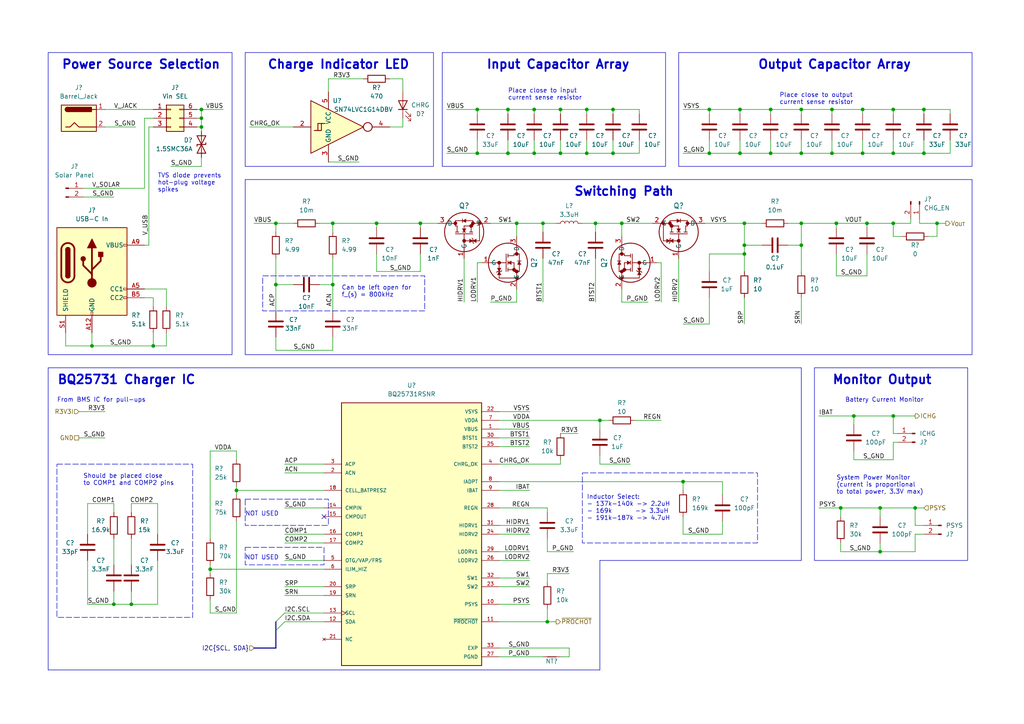
<source format=kicad_sch>
(kicad_sch (version 20231120) (generator "eeschema") (generator_version "8.0")
  (paper "A4")
  (lib_symbols
    (symbol "74xGxx:SN74LVC1G14DBV"
      (property "Reference" "U" (at -5.08 10.16 0))
      (property "Value" "SN74LVC1G14DBV" (at 20.32 10.16 0))
      (symbol "SN74LVC1G14DBV_1_1"
        (pin no_connect line (at 10.16 0 180) (length 5.08) hide (name "NC") (number "1"))
        (pin input line (at -10.16 0 0) (length 5.08) (name "~") (number "2"))
        (pin power_in line (at 0 -10.16 90) (length 5.08) (name "GND") (number "3"))
        (pin output line (at 17.78 0 180) (length 5.08) (name "~") (number "4"))
        (pin power_in line (at 0 10.16 270) (length 5.08) (name "VCC") (number "5"))
      )
    )
    (symbol "Connector:Barrel_Jack" (pin_names (offset 1.016))
      (property "Reference" "J" (at 0 5.334 0))
      (property "Value" "Barrel_Jack" (at 0 -5.08 0))
      (symbol "Barrel_Jack_1_1"
        (pin passive line (at 7.62 2.54 180) (length 2.54) (name "~") (number "1"))
        (pin passive line (at 7.62 -2.54 180) (length 2.54) (name "~") (number "2"))
      )
    )
    (symbol "Connector:Conn_01x02_Pin" (pin_names (offset 1.016) hide)
      (property "Reference" "J" (at 0 2.54 0))
      (property "Value" "Conn_01x02_Pin" (at 0 -5.08 0))
      (symbol "Conn_01x02_Pin_1_1"
        (pin passive line (at 5.08 0 180) (length 3.81) (name "Pin_1") (number "1"))
        (pin passive line (at 5.08 -2.54 180) (length 3.81) (name "Pin_2") (number "2"))
      )
    )
    (symbol "Connector:USB_C_Receptacle_PowerOnly_6P" (pin_names (offset 1.016))
      (property "Reference" "J" (at 0 16.51 0))
      (property "Value" "USB_C_Receptacle_PowerOnly_6P" (at 0 13.97 0))
      (symbol "USB_C_Receptacle_PowerOnly_6P_1_1"
        (pin passive line (at 0 -17.78 90) (length 5.08) (name "GND") (number "A12"))
        (pin bidirectional line (at 15.24 -5.08 180) (length 5.08) (name "CC1") (number "A5"))
        (pin passive line (at 15.24 7.62 180) (length 5.08) (name "VBUS") (number "A9"))
        (pin passive line (at 0 -17.78 90) (length 5.08) hide (name "GND") (number "B12"))
        (pin bidirectional line (at 15.24 -7.62 180) (length 5.08) (name "CC2") (number "B5"))
        (pin passive line (at 15.24 7.62 180) (length 5.08) hide (name "VBUS") (number "B9"))
        (pin passive line (at -7.62 -17.78 90) (length 5.08) (name "SHIELD") (number "S1"))
      )
    )
    (symbol "Connector_Generic:Conn_02x03_Counter_Clockwise" (pin_names (offset 1.016) hide)
      (property "Reference" "J" (at 1.27 5.08 0))
      (property "Value" "Conn_02x03_Counter_Clockwise" (at 1.27 -5.08 0))
      (symbol "Conn_02x03_Counter_Clockwise_1_1"
        (pin passive line (at -5.08 2.54 0) (length 3.81) (name "Pin_1") (number "1"))
        (pin passive line (at -5.08 0 0) (length 3.81) (name "Pin_2") (number "2"))
        (pin passive line (at -5.08 -2.54 0) (length 3.81) (name "Pin_3") (number "3"))
        (pin passive line (at 7.62 -2.54 180) (length 3.81) (name "Pin_4") (number "4"))
        (pin passive line (at 7.62 0 180) (length 3.81) (name "Pin_5") (number "5"))
        (pin passive line (at 7.62 2.54 180) (length 3.81) (name "Pin_6") (number "6"))
      )
    )
    (symbol "Device:C" (pin_numbers hide) (pin_names (offset 0.254))
      (property "Reference" "C" (at 0.635 2.54 0))
      (property "Value" "C" (at 0.635 -2.54 0))
      (symbol "C_1_1"
        (pin passive line (at 0 3.81 270) (length 2.794) (name "~") (number "1"))
        (pin passive line (at 0 -3.81 90) (length 2.794) (name "~") (number "2"))
      )
    )
    (symbol "Device:D_TVS" (pin_numbers hide) (pin_names (offset 1.016) hide)
      (property "Reference" "D" (at 0 2.54 0))
      (property "Value" "D_TVS" (at 0 -2.54 0))
      (symbol "D_TVS_1_1"
        (pin passive line (at -3.81 0 0) (length 2.54) (name "A1") (number "1"))
        (pin passive line (at 3.81 0 180) (length 2.54) (name "A2") (number "2"))
      )
    )
    (symbol "Device:L" (pin_numbers hide) (pin_names (offset 1.016) hide)
      (property "Reference" "L" (at -1.27 0 90))
      (property "Value" "L" (at 1.905 0 90))
      (symbol "L_1_1"
        (pin passive line (at 0 3.81 270) (length 1.27) (name "1") (number "1"))
        (pin passive line (at 0 -3.81 90) (length 1.27) (name "2") (number "2"))
      )
    )
    (symbol "Device:LED" (pin_numbers hide) (pin_names (offset 1.016) hide)
      (property "Reference" "D" (at 0 2.54 0))
      (property "Value" "LED" (at 0 -2.54 0))
      (symbol "LED_1_1"
        (pin passive line (at -3.81 0 0) (length 2.54) (name "K") (number "1"))
        (pin passive line (at 3.81 0 180) (length 2.54) (name "A") (number "2"))
      )
    )
    (symbol "Device:NetTie_2" (pin_numbers hide) (pin_names (offset 0) hide) (in_bom no)
      (property "Reference" "NT" (at 0 1.27 0))
      (property "Value" "NetTie_2" (at 0 -1.27 0))
      (symbol "NetTie_2_1_1"
        (pin passive line (at -2.54 0 0) (length 2.54) (name "1") (number "1"))
        (pin passive line (at 2.54 0 180) (length 2.54) (name "2") (number "2"))
      )
    )
    (symbol "Device:R" (pin_numbers hide) (pin_names (offset 0))
      (property "Reference" "R" (at 2.032 0 90))
      (property "Value" "R" (at 0 0 90))
      (symbol "R_1_1"
        (pin passive line (at 0 3.81 270) (length 1.27) (name "~") (number "1"))
        (pin passive line (at 0 -3.81 90) (length 1.27) (name "~") (number "2"))
      )
    )
    (symbol "MatsKiLibrary:BQ25731RSNR" (pin_names (offset 1.016))
      (property "Reference" "U" (at -20.32 38.608 0))
      (property "Value" "BQ25731RSNR" (at -20.32 -40.64 0))
      (symbol "BQ25731RSNR_0_0"
        (pin power_in line (at 25.4 30.48 180) (length 5.08) (name "VBUS") (number "1"))
        (pin output line (at 25.4 -20.32 180) (length 5.08) (name "PSYS") (number "10"))
        (pin output line (at 25.4 -25.4 180) (length 5.08) (name "~{PROCHOT}") (number "11"))
        (pin bidirectional line (at -25.4 -25.4 0) (length 5.08) (name "SDA") (number "12"))
        (pin input clock (at -25.4 -22.86 0) (length 5.08) (name "SCL") (number "13"))
        (pin input line (at -25.4 7.62 0) (length 5.08) (name "CMPIN") (number "14"))
        (pin output line (at -25.4 5.08 0) (length 5.08) (name "CMPOUT") (number "15"))
        (pin input line (at -25.4 0 0) (length 5.08) (name "COMP1") (number "16"))
        (pin input line (at -25.4 -2.54 0) (length 5.08) (name "COMP2") (number "17"))
        (pin input line (at -25.4 12.7 0) (length 5.08) (name "CELL_BATPRESZ") (number "18"))
        (pin input line (at -25.4 -17.78 0) (length 5.08) (name "SRN") (number "19"))
        (pin input line (at -25.4 17.78 0) (length 5.08) (name "ACN") (number "2"))
        (pin input line (at -25.4 -15.24 0) (length 5.08) (name "SRP") (number "20"))
        (pin no_connect line (at -25.4 -30.48 0) (length 5.08) (name "NC") (number "21"))
        (pin power_in line (at 25.4 35.56 180) (length 5.08) (name "VSYS") (number "22"))
        (pin output line (at 25.4 -15.24 180) (length 5.08) (name "SW2") (number "23"))
        (pin output line (at 25.4 0 180) (length 5.08) (name "HIDRV2") (number "24"))
        (pin power_in line (at 25.4 25.4 180) (length 5.08) (name "BTST2") (number "25"))
        (pin output line (at 25.4 -7.62 180) (length 5.08) (name "LODRV2") (number "26"))
        (pin power_in line (at 25.4 -35.56 180) (length 5.08) (name "PGND") (number "27"))
        (pin output line (at 25.4 7.62 180) (length 5.08) (name "REGN") (number "28"))
        (pin output line (at 25.4 -5.08 180) (length 5.08) (name "LODRV1") (number "29"))
        (pin input line (at -25.4 20.32 0) (length 5.08) (name "ACP") (number "3"))
        (pin power_in line (at 25.4 27.94 180) (length 5.08) (name "BTST1") (number "30"))
        (pin output line (at 25.4 2.54 180) (length 5.08) (name "HIDRV1") (number "31"))
        (pin output line (at 25.4 -12.7 180) (length 5.08) (name "SW1") (number "32"))
        (pin power_in line (at 25.4 -33.02 180) (length 5.08) (name "EXP") (number "33"))
        (pin output line (at 25.4 20.32 180) (length 5.08) (name "CHRG_OK") (number "4"))
        (pin input line (at -25.4 -7.62 0) (length 5.08) (name "OTG/VAP/FRS") (number "5"))
        (pin input line (at -25.4 -10.16 0) (length 5.08) (name "ILIM_HIZ") (number "6"))
        (pin power_in line (at 25.4 33.02 180) (length 5.08) (name "VDDA") (number "7"))
        (pin output line (at 25.4 15.24 180) (length 5.08) (name "IADPT") (number "8"))
        (pin output line (at 25.4 12.7 180) (length 5.08) (name "IBAT") (number "9"))
      )
    )
    (symbol "MatsKiLibrary:SSM3K341TU_LF" (pin_names (offset 0.254))
      (property "Reference" "Q" (at 3.81 1.27 0))
      (symbol "SSM3K341TU_LF_0_1"
        (pin unspecified line (at -11.43 0 0) (length 2.54) (name "G") (number "1"))
        (pin unspecified line (at -1.27 -7.62 90) (length 2.54) (name "S") (number "2"))
        (pin unspecified line (at -1.27 7.62 270) (length 2.54) (name "D") (number "3"))
      )
    )
  )
  (junction (at 177.8 44.45))
  (junction (at 33.02 175.26))
  (junction (at 223.52 44.45))
  (junction (at 259.08 120.65))
  (junction (at 214.63 31.75))
  (junction (at 267.97 44.45))
  (junction (at 251.46 64.77))
  (junction (at 180.34 64.77))
  (junction (at 121.92 64.77))
  (junction (at 243.84 147.32))
  (junction (at 58.42 36.83))
  (junction (at 223.52 31.75))
  (junction (at 267.97 31.75))
  (junction (at 205.74 44.45))
  (junction (at 170.18 31.75))
  (junction (at 214.63 44.45))
  (junction (at 173.99 121.92))
  (junction (at 68.58 142.24))
  (junction (at 158.75 180.34))
  (junction (at 38.1 175.26))
  (junction (at 215.9 73.66))
  (junction (at 157.48 64.77))
  (junction (at 138.43 44.45))
  (junction (at 232.41 71.12))
  (junction (at 96.52 64.77))
  (junction (at 60.96 165.1))
  (junction (at 250.19 44.45))
  (junction (at 162.56 31.75))
  (junction (at 241.3 44.45))
  (junction (at 170.18 44.45))
  (junction (at 162.56 44.45))
  (junction (at 96.52 82.55))
  (junction (at 58.42 34.29))
  (junction (at 205.74 31.75))
  (junction (at 58.42 31.75))
  (junction (at 198.12 139.7))
  (junction (at 247.65 120.65))
  (junction (at 255.27 160.02))
  (junction (at 177.8 31.75))
  (junction (at 138.43 31.75))
  (junction (at 259.08 64.77))
  (junction (at 259.08 44.45))
  (junction (at 109.22 64.77))
  (junction (at 149.86 64.77))
  (junction (at 241.3 31.75))
  (junction (at 172.72 64.77))
  (junction (at 259.08 31.75))
  (junction (at 80.01 82.55))
  (junction (at 232.41 64.77))
  (junction (at 154.94 31.75))
  (junction (at 80.01 64.77))
  (junction (at 265.43 147.32))
  (junction (at 232.41 31.75))
  (junction (at 250.19 31.75))
  (junction (at 44.45 100.33))
  (junction (at 147.32 44.45))
  (junction (at 215.9 71.12))
  (junction (at 154.94 44.45))
  (junction (at 147.32 31.75))
  (junction (at 26.67 100.33))
  (junction (at 255.27 147.32))
  (junction (at 271.78 64.77))
  (junction (at 242.57 64.77))
  (junction (at 232.41 44.45))
  (junction (at 215.9 64.77))
  (no_connect (at 93.98 149.86))
  (bus_entry (at 82.55 180.34) (size -2.54 2.54))
  (bus_entry (at 82.55 177.8) (size -2.54 2.54))
  (wire (pts (xy 82.55 172.72) (xy 93.98 172.72)))
  (wire (pts (xy 144.78 175.26) (xy 153.67 175.26)))
  (wire (pts (xy 209.55 143.51) (xy 209.55 139.7)))
  (wire (pts (xy 190.5 76.2) (xy 191.77 76.2)))
  (wire (pts (xy 138.43 76.2) (xy 138.43 87.63)))
  (wire (pts (xy 182.88 134.62) (xy 173.99 134.62)))
  (wire (pts (xy 38.1 146.05) (xy 45.72 146.05)))
  (wire (pts (xy 154.94 31.75) (xy 154.94 33.02)))
  (wire (pts (xy 96.52 64.77) (xy 109.22 64.77)))
  (wire (pts (xy 259.08 128.27) (xy 259.08 133.35)))
  (wire (pts (xy 173.99 121.92) (xy 176.53 121.92)))
  (wire (pts (xy 82.55 157.48) (xy 93.98 157.48)))
  (wire (pts (xy 205.74 73.66) (xy 215.9 73.66)))
  (wire (pts (xy 60.96 130.81) (xy 68.58 130.81)))
  (wire (pts (xy 144.78 119.38) (xy 153.67 119.38)))
  (wire (pts (xy 198.12 154.94) (xy 209.55 154.94)))
  (wire (pts (xy 237.49 120.65) (xy 247.65 120.65)))
  (wire (pts (xy 44.45 100.33) (xy 48.26 100.33)))
  (wire (pts (xy 144.78 127) (xy 153.67 127)))
  (wire (pts (xy 129.54 31.75) (xy 138.43 31.75)))
  (wire (pts (xy 232.41 64.77) (xy 242.57 64.77)))
  (wire (pts (xy 38.1 146.05) (xy 38.1 148.59)))
  (wire (pts (xy 172.72 74.93) (xy 172.72 87.63)))
  (wire (pts (xy 60.96 165.1) (xy 93.98 165.1)))
  (wire (pts (xy 157.48 64.77) (xy 161.29 64.77)))
  (wire (pts (xy 215.9 86.36) (xy 215.9 93.98)))
  (wire (pts (xy 80.01 97.79) (xy 80.01 101.6)))
  (wire (pts (xy 243.84 147.32) (xy 237.49 147.32)))
  (wire (pts (xy 25.4 175.26) (xy 25.4 162.56)))
  (wire (pts (xy 232.41 71.12) (xy 232.41 64.77)))
  (wire (pts (xy 109.22 64.77) (xy 121.92 64.77)))
  (polyline (pts (xy 13.97 194.31) (xy 13.97 106.68)))
  (wire (pts (xy 82.55 177.8) (xy 93.98 177.8)))
  (wire (pts (xy 232.41 40.64) (xy 232.41 44.45)))
  (wire (pts (xy 144.78 162.56) (xy 153.67 162.56)))
  (wire (pts (xy 266.7 63.5) (xy 266.7 64.77)))
  (wire (pts (xy 177.8 31.75) (xy 185.42 31.75)))
  (wire (pts (xy 19.05 100.33) (xy 26.67 100.33)))
  (wire (pts (xy 205.74 93.98) (xy 205.74 86.36)))
  (wire (pts (xy 96.52 64.77) (xy 92.71 64.77)))
  (wire (pts (xy 109.22 64.77) (xy 109.22 66.04)))
  (wire (pts (xy 48.26 96.52) (xy 48.26 100.33)))
  (wire (pts (xy 80.01 64.77) (xy 85.09 64.77)))
  (wire (pts (xy 205.74 78.74) (xy 205.74 73.66)))
  (wire (pts (xy 144.78 142.24) (xy 153.67 142.24)))
  (wire (pts (xy 265.43 154.94) (xy 267.97 154.94)))
  (wire (pts (xy 260.35 125.73) (xy 259.08 125.73)))
  (wire (pts (xy 259.08 125.73) (xy 259.08 120.65)))
  (wire (pts (xy 60.96 165.1) (xy 60.96 163.83)))
  (wire (pts (xy 24.13 57.15) (xy 33.02 57.15)))
  (polyline (pts (xy 232.41 162.56) (xy 173.99 162.56)))
  (wire (pts (xy 214.63 44.45) (xy 223.52 44.45)))
  (wire (pts (xy 275.59 40.64) (xy 275.59 44.45)))
  (wire (pts (xy 275.59 44.45) (xy 267.97 44.45)))
  (wire (pts (xy 144.78 167.64) (xy 153.67 167.64)))
  (wire (pts (xy 180.34 64.77) (xy 189.23 64.77)))
  (wire (pts (xy 223.52 31.75) (xy 232.41 31.75)))
  (wire (pts (xy 144.78 160.02) (xy 153.67 160.02)))
  (wire (pts (xy 271.78 64.77) (xy 274.32 64.77)))
  (wire (pts (xy 255.27 157.48) (xy 255.27 160.02)))
  (wire (pts (xy 25.4 146.05) (xy 33.02 146.05)))
  (wire (pts (xy 162.56 44.45) (xy 170.18 44.45)))
  (wire (pts (xy 165.1 166.37) (xy 158.75 166.37)))
  (wire (pts (xy 198.12 139.7) (xy 198.12 142.24)))
  (wire (pts (xy 205.74 40.64) (xy 205.74 44.45)))
  (wire (pts (xy 259.08 68.58) (xy 259.08 64.77)))
  (wire (pts (xy 172.72 64.77) (xy 180.34 64.77)))
  (wire (pts (xy 184.15 121.92) (xy 191.77 121.92)))
  (wire (pts (xy 259.08 120.65) (xy 265.43 120.65)))
  (wire (pts (xy 41.91 71.12) (xy 43.18 71.12)))
  (wire (pts (xy 266.7 64.77) (xy 271.78 64.77)))
  (wire (pts (xy 95.25 22.86) (xy 95.25 26.67)))
  (wire (pts (xy 158.75 148.59) (xy 158.75 147.32)))
  (wire (pts (xy 168.91 64.77) (xy 172.72 64.77)))
  (wire (pts (xy 243.84 157.48) (xy 243.84 160.02)))
  (wire (pts (xy 158.75 176.53) (xy 158.75 180.34)))
  (wire (pts (xy 82.55 180.34) (xy 93.98 180.34)))
  (wire (pts (xy 232.41 86.36) (xy 232.41 93.98)))
  (wire (pts (xy 209.55 151.13) (xy 209.55 154.94)))
  (wire (pts (xy 250.19 44.45) (xy 259.08 44.45)))
  (wire (pts (xy 251.46 66.04) (xy 251.46 64.77)))
  (wire (pts (xy 269.24 68.58) (xy 271.78 68.58)))
  (wire (pts (xy 177.8 44.45) (xy 185.42 44.45)))
  (wire (pts (xy 259.08 120.65) (xy 247.65 120.65)))
  (wire (pts (xy 196.85 74.93) (xy 196.85 87.63)))
  (wire (pts (xy 57.15 31.75) (xy 58.42 31.75)))
  (wire (pts (xy 215.9 64.77) (xy 220.98 64.77)))
  (wire (pts (xy 158.75 180.34) (xy 161.29 180.34)))
  (wire (pts (xy 72.39 36.83) (xy 85.09 36.83)))
  (wire (pts (xy 157.48 74.93) (xy 157.48 87.63)))
  (wire (pts (xy 134.62 74.93) (xy 134.62 87.63)))
  (wire (pts (xy 144.78 147.32) (xy 158.75 147.32)))
  (wire (pts (xy 116.84 26.67) (xy 116.84 22.86)))
  (wire (pts (xy 121.92 64.77) (xy 127 64.77)))
  (wire (pts (xy 109.22 73.66) (xy 109.22 78.74)))
  (wire (pts (xy 162.56 40.64) (xy 162.56 44.45)))
  (wire (pts (xy 154.94 31.75) (xy 162.56 31.75)))
  (wire (pts (xy 267.97 31.75) (xy 267.97 33.02)))
  (wire (pts (xy 33.02 171.45) (xy 33.02 175.26)))
  (polyline (pts (xy 173.99 194.31) (xy 13.97 194.31)))
  (wire (pts (xy 177.8 31.75) (xy 177.8 33.02)))
  (wire (pts (xy 144.78 152.4) (xy 153.67 152.4)))
  (wire (pts (xy 165.1 190.5) (xy 165.1 187.96)))
  (wire (pts (xy 25.4 175.26) (xy 33.02 175.26)))
  (wire (pts (xy 144.78 154.94) (xy 153.67 154.94)))
  (wire (pts (xy 154.94 44.45) (xy 162.56 44.45)))
  (wire (pts (xy 177.8 40.64) (xy 177.8 44.45)))
  (wire (pts (xy 44.45 96.52) (xy 44.45 100.33)))
  (wire (pts (xy 173.99 134.62) (xy 173.99 132.08)))
  (wire (pts (xy 44.45 88.9) (xy 44.45 86.36)))
  (wire (pts (xy 144.78 121.92) (xy 173.99 121.92)))
  (wire (pts (xy 138.43 76.2) (xy 139.7 76.2)))
  (wire (pts (xy 138.43 44.45) (xy 147.32 44.45)))
  (wire (pts (xy 173.99 121.92) (xy 173.99 124.46)))
  (wire (pts (xy 116.84 34.29) (xy 116.84 36.83)))
  (wire (pts (xy 60.96 177.8) (xy 60.96 173.99)))
  (wire (pts (xy 232.41 33.02) (xy 232.41 31.75)))
  (wire (pts (xy 149.86 64.77) (xy 149.86 68.58)))
  (polyline (pts (xy 13.97 106.68) (xy 232.41 106.68)))
  (wire (pts (xy 209.55 139.7) (xy 198.12 139.7)))
  (wire (pts (xy 204.47 64.77) (xy 215.9 64.77)))
  (wire (pts (xy 95.25 22.86) (xy 105.41 22.86)))
  (wire (pts (xy 259.08 40.64) (xy 259.08 44.45)))
  (wire (pts (xy 60.96 130.81) (xy 60.96 156.21)))
  (wire (pts (xy 162.56 133.35) (xy 162.56 134.62)))
  (wire (pts (xy 172.72 64.77) (xy 172.72 67.31)))
  (wire (pts (xy 41.91 54.61) (xy 41.91 34.29)))
  (wire (pts (xy 82.55 147.32) (xy 93.98 147.32)))
  (wire (pts (xy 33.02 156.21) (xy 33.02 163.83)))
  (wire (pts (xy 198.12 31.75) (xy 205.74 31.75)))
  (wire (pts (xy 243.84 160.02) (xy 255.27 160.02)))
  (wire (pts (xy 265.43 152.4) (xy 265.43 147.32)))
  (wire (pts (xy 92.71 82.55) (xy 96.52 82.55)))
  (wire (pts (xy 41.91 86.36) (xy 44.45 86.36)))
  (wire (pts (xy 68.58 133.35) (xy 68.58 130.81)))
  (wire (pts (xy 57.15 34.29) (xy 58.42 34.29)))
  (wire (pts (xy 223.52 40.64) (xy 223.52 44.45)))
  (wire (pts (xy 142.24 64.77) (xy 149.86 64.77)))
  (wire (pts (xy 247.65 133.35) (xy 247.65 130.81)))
  (wire (pts (xy 267.97 44.45) (xy 267.97 40.64)))
  (wire (pts (xy 58.42 31.75) (xy 58.42 34.29)))
  (wire (pts (xy 242.57 64.77) (xy 251.46 64.77)))
  (wire (pts (xy 33.02 146.05) (xy 33.02 148.59)))
  (wire (pts (xy 162.56 190.5) (xy 165.1 190.5)))
  (wire (pts (xy 30.48 31.75) (xy 44.45 31.75)))
  (wire (pts (xy 205.74 33.02) (xy 205.74 31.75)))
  (wire (pts (xy 38.1 156.21) (xy 38.1 163.83)))
  (wire (pts (xy 241.3 33.02) (xy 241.3 31.75)))
  (wire (pts (xy 232.41 64.77) (xy 228.6 64.77)))
  (wire (pts (xy 205.74 44.45) (xy 214.63 44.45)))
  (polyline (pts (xy 173.99 162.56) (xy 173.99 194.31)))
  (wire (pts (xy 147.32 44.45) (xy 154.94 44.45)))
  (wire (pts (xy 45.72 154.94) (xy 45.72 146.05)))
  (wire (pts (xy 265.43 147.32) (xy 255.27 147.32)))
  (wire (pts (xy 180.34 87.63) (xy 180.34 83.82)))
  (wire (pts (xy 214.63 40.64) (xy 214.63 44.45)))
  (wire (pts (xy 247.65 133.35) (xy 259.08 133.35)))
  (wire (pts (xy 265.43 160.02) (xy 265.43 154.94)))
  (wire (pts (xy 214.63 31.75) (xy 223.52 31.75)))
  (wire (pts (xy 162.56 31.75) (xy 162.56 33.02)))
  (wire (pts (xy 149.86 64.77) (xy 157.48 64.77)))
  (wire (pts (xy 80.01 67.31) (xy 80.01 64.77)))
  (wire (pts (xy 255.27 149.86) (xy 255.27 147.32)))
  (wire (pts (xy 96.52 82.55) (xy 96.52 90.17)))
  (wire (pts (xy 170.18 31.75) (xy 170.18 33.02)))
  (wire (pts (xy 80.01 74.93) (xy 80.01 82.55)))
  (wire (pts (xy 147.32 40.64) (xy 147.32 44.45)))
  (wire (pts (xy 259.08 44.45) (xy 267.97 44.45)))
  (wire (pts (xy 243.84 149.86) (xy 243.84 147.32)))
  (wire (pts (xy 259.08 33.02) (xy 259.08 31.75)))
  (wire (pts (xy 45.72 175.26) (xy 38.1 175.26)))
  (wire (pts (xy 158.75 166.37) (xy 158.75 168.91)))
  (wire (pts (xy 187.96 87.63) (xy 180.34 87.63)))
  (wire (pts (xy 41.91 83.82) (xy 48.26 83.82)))
  (wire (pts (xy 147.32 31.75) (xy 154.94 31.75)))
  (wire (pts (xy 142.24 87.63) (xy 149.86 87.63)))
  (wire (pts (xy 58.42 45.72) (xy 58.42 48.26)))
  (bus (pts (xy 80.01 180.34) (xy 80.01 182.88)))
  (wire (pts (xy 68.58 142.24) (xy 68.58 140.97)))
  (wire (pts (xy 250.19 31.75) (xy 259.08 31.75)))
  (wire (pts (xy 198.12 154.94) (xy 198.12 149.86)))
  (wire (pts (xy 267.97 31.75) (xy 259.08 31.75)))
  (wire (pts (xy 241.3 40.64) (xy 241.3 44.45)))
  (wire (pts (xy 215.9 71.12) (xy 220.98 71.12)))
  (wire (pts (xy 24.13 54.61) (xy 41.91 54.61)))
  (wire (pts (xy 158.75 160.02) (xy 158.75 156.21)))
  (wire (pts (xy 82.55 154.94) (xy 93.98 154.94)))
  (wire (pts (xy 170.18 44.45) (xy 177.8 44.45)))
  (wire (pts (xy 26.67 100.33) (xy 44.45 100.33)))
  (wire (pts (xy 232.41 44.45) (xy 241.3 44.45)))
  (wire (pts (xy 80.01 90.17) (xy 80.01 82.55)))
  (wire (pts (xy 232.41 78.74) (xy 232.41 71.12)))
  (polyline (pts (xy 232.41 106.68) (xy 232.41 162.56)))
  (wire (pts (xy 157.48 64.77) (xy 157.48 67.31)))
  (wire (pts (xy 121.92 78.74) (xy 121.92 73.66)))
  (wire (pts (xy 138.43 40.64) (xy 138.43 44.45)))
  (wire (pts (xy 26.67 96.52) (xy 26.67 100.33)))
  (wire (pts (xy 215.9 71.12) (xy 215.9 64.77)))
  (wire (pts (xy 223.52 33.02) (xy 223.52 31.75)))
  (wire (pts (xy 250.19 33.02) (xy 250.19 31.75)))
  (wire (pts (xy 255.27 147.32) (xy 243.84 147.32)))
  (wire (pts (xy 58.42 36.83) (xy 58.42 38.1)))
  (wire (pts (xy 198.12 93.98) (xy 205.74 93.98)))
  (wire (pts (xy 167.64 125.73) (xy 162.56 125.73)))
  (wire (pts (xy 241.3 31.75) (xy 250.19 31.75)))
  (wire (pts (xy 260.35 128.27) (xy 259.08 128.27)))
  (wire (pts (xy 198.12 44.45) (xy 205.74 44.45)))
  (wire (pts (xy 170.18 40.64) (xy 170.18 44.45)))
  (wire (pts (xy 58.42 36.83) (xy 58.42 34.29)))
  (wire (pts (xy 44.45 36.83) (xy 43.18 36.83)))
  (wire (pts (xy 33.02 175.26) (xy 38.1 175.26)))
  (wire (pts (xy 43.18 36.83) (xy 43.18 71.12)))
  (wire (pts (xy 82.55 134.62) (xy 93.98 134.62)))
  (wire (pts (xy 96.52 101.6) (xy 96.52 97.79)))
  (wire (pts (xy 138.43 31.75) (xy 147.32 31.75)))
  (wire (pts (xy 275.59 33.02) (xy 275.59 31.75)))
  (wire (pts (xy 45.72 162.56) (xy 45.72 175.26)))
  (wire (pts (xy 223.52 44.45) (xy 232.41 44.45)))
  (wire (pts (xy 60.96 177.8) (xy 68.58 177.8)))
  (wire (pts (xy 267.97 152.4) (xy 265.43 152.4)))
  (wire (pts (xy 149.86 87.63) (xy 149.86 83.82)))
  (wire (pts (xy 215.9 73.66) (xy 215.9 71.12)))
  (wire (pts (xy 68.58 142.24) (xy 93.98 142.24)))
  (wire (pts (xy 170.18 31.75) (xy 177.8 31.75)))
  (wire (pts (xy 251.46 80.01) (xy 251.46 73.66)))
  (wire (pts (xy 144.78 129.54) (xy 153.67 129.54)))
  (wire (pts (xy 48.26 83.82) (xy 48.26 88.9)))
  (wire (pts (xy 144.78 139.7) (xy 198.12 139.7)))
  (wire (pts (xy 228.6 71.12) (xy 232.41 71.12)))
  (wire (pts (xy 232.41 31.75) (xy 241.3 31.75)))
  (wire (pts (xy 144.78 124.46) (xy 153.67 124.46)))
  (wire (pts (xy 271.78 68.58) (xy 271.78 64.77)))
  (wire (pts (xy 25.4 154.94) (xy 25.4 146.05)))
  (wire (pts (xy 191.77 87.63) (xy 191.77 76.2)))
  (wire (pts (xy 73.66 64.77) (xy 80.01 64.77)))
  (bus (pts (xy 80.01 182.88) (xy 80.01 187.96)))
  (wire (pts (xy 247.65 120.65) (xy 247.65 123.19)))
  (wire (pts (xy 242.57 73.66) (xy 242.57 80.01)))
  (wire (pts (xy 22.86 127) (xy 30.48 127)))
  (wire (pts (xy 264.16 64.77) (xy 259.08 64.77)))
  (wire (pts (xy 138.43 33.02) (xy 138.43 31.75)))
  (wire (pts (xy 116.84 36.83) (xy 113.03 36.83)))
  (wire (pts (xy 144.78 190.5) (xy 157.48 190.5)))
  (wire (pts (xy 250.19 40.64) (xy 250.19 44.45)))
  (wire (pts (xy 96.52 67.31) (xy 96.52 64.77)))
  (wire (pts (xy 147.32 33.02) (xy 147.32 31.75)))
  (wire (pts (xy 242.57 80.01) (xy 251.46 80.01)))
  (wire (pts (xy 154.94 40.64) (xy 154.94 44.45)))
  (wire (pts (xy 267.97 31.75) (xy 275.59 31.75)))
  (wire (pts (xy 261.62 68.58) (xy 259.08 68.58)))
  (wire (pts (xy 162.56 31.75) (xy 170.18 31.75)))
  (wire (pts (xy 166.37 160.02) (xy 158.75 160.02)))
  (wire (pts (xy 259.08 64.77) (xy 251.46 64.77)))
  (wire (pts (xy 38.1 171.45) (xy 38.1 175.26)))
  (wire (pts (xy 144.78 180.34) (xy 158.75 180.34)))
  (wire (pts (xy 205.74 31.75) (xy 214.63 31.75)))
  (bus (pts (xy 73.66 187.96) (xy 80.01 187.96)))
  (wire (pts (xy 49.53 48.26) (xy 58.42 48.26)))
  (wire (pts (xy 82.55 162.56) (xy 93.98 162.56)))
  (wire (pts (xy 144.78 134.62) (xy 162.56 134.62)))
  (wire (pts (xy 121.92 66.04) (xy 121.92 64.77)))
  (wire (pts (xy 185.42 40.64) (xy 185.42 44.45)))
  (wire (pts (xy 96.52 74.93) (xy 96.52 82.55)))
  (wire (pts (xy 30.48 36.83) (xy 39.37 36.83)))
  (wire (pts (xy 57.15 36.83) (xy 58.42 36.83)))
  (wire (pts (xy 68.58 151.13) (xy 68.58 177.8)))
  (wire (pts (xy 68.58 142.24) (xy 68.58 143.51)))
  (wire (pts (xy 264.16 63.5) (xy 264.16 64.77)))
  (wire (pts (xy 241.3 44.45) (xy 250.19 44.45)))
  (wire (pts (xy 144.78 187.96) (xy 165.1 187.96)))
  (wire (pts (xy 144.78 170.18) (xy 153.67 170.18)))
  (wire (pts (xy 58.42 31.75) (xy 64.77 31.75)))
  (wire (pts (xy 109.22 78.74) (xy 121.92 78.74)))
  (wire (pts (xy 19.05 96.52) (xy 19.05 100.33)))
  (wire (pts (xy 180.34 64.77) (xy 180.34 68.58)))
  (wire (pts (xy 95.25 46.99) (xy 104.14 46.99)))
  (wire (pts (xy 41.91 34.29) (xy 44.45 34.29)))
  (wire (pts (xy 80.01 82.55) (xy 85.09 82.55)))
  (wire (pts (xy 215.9 78.74) (xy 215.9 73.66)))
  (wire (pts (xy 265.43 147.32) (xy 267.97 147.32)))
  (wire (pts (xy 185.42 31.75) (xy 185.42 33.02)))
  (wire (pts (xy 82.55 137.16) (xy 93.98 137.16)))
  (wire (pts (xy 82.55 170.18) (xy 93.98 170.18)))
  (wire (pts (xy 255.27 160.02) (xy 265.43 160.02)))
  (wire (pts (xy 242.57 66.04) (xy 242.57 64.77)))
  (wire (pts (xy 129.54 44.45) (xy 138.43 44.45)))
  (wire (pts (xy 22.86 119.38) (xy 30.48 119.38)))
  (wire (pts (xy 80.01 101.6) (xy 96.52 101.6)))
  (wire (pts (xy 60.96 165.1) (xy 60.96 166.37)))
  (wire (pts (xy 116.84 22.86) (xy 113.03 22.86)))
  (wire (pts (xy 214.63 33.02) (xy 214.63 31.75)))
  (rectangle (start 71.12 158.75) (end 93.98 163.83) (stroke (width 0) (type dash)))
  (rectangle (start 71.12 15.24) (end 125.73 48.26))
  (rectangle (start 236.22 106.68) (end 280.67 162.56))
  (rectangle (start 71.12 52.07) (end 281.94 102.87))
  (rectangle (start 13.97 15.24) (end 67.31 102.87))
  (rectangle (start 128.27 15.24) (end 193.04 48.26))
  (rectangle (start 16.51 134.62) (end 55.88 179.07) (stroke (width 0) (type dash)))
  (rectangle (start 71.12 144.78) (end 95.25 152.4) (stroke (width 0) (type dash)))
  (rectangle (start 196.85 15.24) (end 281.94 48.26))
  (rectangle (start 168.91 137.16) (end 219.71 157.48) (stroke (width 0) (type dash)))
  (rectangle (start 76.2 80.01) (end 123.19 90.17) (stroke (width 0) (type dash)))
  (text "Power Source Selection" (at 17.78 20.32 0) (effects (font (size 2.54 2.54) (thickness 0.508) (bold yes)) (justify left bottom)))
  (text "NOT USED" (at 71.12 162.56 0) (effects (font (size 1.27 1.27)) (justify left bottom)))
  (text "Input Capacitor Array" (at 140.97 20.32 0) (effects (font (size 2.54 2.54) (thickness 0.508) (bold yes)) (justify left bottom)))
  (text "Output Capacitor Array" (at 219.71 20.32 0) (effects (font (size 2.54 2.54) (thickness 0.508) (bold yes)) (justify left bottom)))
  (text "Switching Path" (at 166.37 57.15 0) (effects (font (size 2.54 2.54) (thickness 0.508) (bold yes)) (justify left bottom)))
  (text "Can be left open for\nf_(s) = 800kHz" (at 99.06 86.36 0) (effects (font (size 1.27 1.27)) (justify left bottom)))
  (text "Inductor Select:\n- 137k-140k -> 2.2uH\n- 169k       -> 3.3uH\n- 191k-187k -> 4.7uH" (at 170.18 151.13 0) (effects (font (size 1.27 1.27)) (justify left bottom)))
  (text "Battery Current Monitor" (at 245.11 116.84 0) (effects (font (size 1.27 1.27)) (justify left bottom)))
  (text "Place close to output\ncurrent sense resistor" (at 226.06 30.48 0) (effects (font (size 1.27 1.27)) (justify left bottom)))
  (text "Place close to input\ncurrent sense resistor" (at 147.32 29.21 0) (effects (font (size 1.27 1.27)) (justify left bottom)))
  (text "TVS diode prevents\nhot-plug voltage\nspikes" (at 45.72 55.88 0) (effects (font (size 1.27 1.27)) (justify left bottom)))
  (text "NOT USED" (at 71.12 149.86 0) (effects (font (size 1.27 1.27)) (justify left bottom)))
  (text "Should be placed close\nto COMP1 and COMP2 pins" (at 24.13 140.97 0) (effects (font (size 1.27 1.27)) (justify left bottom)))
  (text "From BMS IC for pull-ups" (at 16.51 116.84 0) (effects (font (size 1.27 1.27)) (justify left bottom)))
  (text "System Power Monitor\n(current is proportional\nto total power, 3.3V max)" (at 242.57 143.51 0) (effects (font (size 1.27 1.27)) (justify left bottom)))
  (text "Monitor Output" (at 241.3 111.76 0) (effects (font (size 2.54 2.54) (thickness 0.508) (bold yes)) (justify left bottom)))
  (text "BQ25731 Charger IC" (at 16.51 111.76 0) (effects (font (size 2.54 2.54) (thickness 0.508) (bold yes)) (justify left bottom)))
  (text "Charge Indicator LED" (at 77.47 20.32 0) (effects (font (size 2.54 2.54) (thickness 0.508) (bold yes)) (justify left bottom)))
  (label "R3V3" (at 165.1 166.37 180))
  (label "COMP1" (at 26.67 146.05 0))
  (label "SW2" (at 153.67 170.18 180))
  (label "PSYS" (at 153.67 175.26 180))
  (label "SRN" (at 232.41 93.98 90))
  (label "S_GND" (at 113.03 78.74 0))
  (label "VSYS" (at 198.12 31.75 0))
  (label "S_GND" (at 85.09 101.6 0))
  (label "VSYS" (at 210.82 64.77 180))
  (label "COMP1" (at 82.55 154.94 0))
  (label "P_GND" (at 166.37 160.02 180))
  (label "S_GND" (at 39.37 36.83 180))
  (label "HIDRV2" (at 196.85 87.63 90))
  (label "CHRG_OK" (at 153.67 134.62 180))
  (label "HIDRV2" (at 153.67 154.94 180))
  (label "S_GND" (at 30.48 127 180))
  (label "S_GND" (at 62.23 177.8 0))
  (label "CHRG_OK" (at 72.39 36.83 0))
  (label "BTST2" (at 153.67 129.54 180))
  (label "VDDA" (at 62.23 130.81 0))
  (label "SW1" (at 148.59 64.77 180))
  (label "S_GND" (at 243.84 80.01 0))
  (label "LODRV1" (at 153.67 160.02 180))
  (label "REGN" (at 191.77 121.92 180))
  (label "S_GND" (at 38.1 100.33 180))
  (label "I2C.SDA" (at 82.55 180.34 0))
  (label "I2C.SCL" (at 82.55 177.8 0))
  (label "V_JACK" (at 33.02 31.75 0))
  (label "S_GND" (at 182.88 134.62 180))
  (label "ACN" (at 96.52 88.9 90))
  (label "S_GND" (at 25.4 175.26 0))
  (label "S_GND" (at 129.54 44.45 0))
  (label "V_SOLAR" (at 26.67 54.61 0))
  (label "LODRV2" (at 191.77 87.63 90))
  (label "VDDA" (at 153.67 121.92 180))
  (label "SRN" (at 82.55 172.72 0))
  (label "S_GND" (at 82.55 147.32 0))
  (label "SRP" (at 82.55 170.18 0))
  (label "BTST1" (at 153.67 127 180))
  (label "COMP2" (at 82.55 157.48 0))
  (label "LODRV1" (at 138.43 87.63 90))
  (label "R3V3" (at 167.64 125.73 180))
  (label "VBUS" (at 129.54 31.75 0))
  (label "P_GND" (at 153.67 190.5 180))
  (label "IBAT" (at 153.67 142.24 180))
  (label "BTST1" (at 157.48 87.63 90))
  (label "HIDRV1" (at 134.62 87.63 90))
  (label "REGN" (at 153.67 147.32 180))
  (label "P_GND" (at 142.24 87.63 0))
  (label "S_GND" (at 198.12 44.45 0))
  (label "VSYS" (at 153.67 119.38 180))
  (label "S_GND" (at 256.54 133.35 180))
  (label "S_GND" (at 49.53 48.26 0))
  (label "S_GND" (at 82.55 162.56 0))
  (label "R3V3" (at 101.6 22.86 180))
  (label "BTST2" (at 172.72 87.63 90))
  (label "COMP2" (at 44.45 146.05 180))
  (label "R3V3" (at 30.48 119.38 180))
  (label "IBAT" (at 237.49 120.65 0))
  (label "S_GND" (at 198.12 93.98 0))
  (label "SRP" (at 215.9 93.98 90))
  (label "VBUS" (at 153.67 124.46 180))
  (label "PSYS" (at 237.49 147.32 0))
  (label "ACP" (at 82.55 134.62 0))
  (label "S_GND" (at 246.38 160.02 0))
  (label "VBUS" (at 73.66 64.77 0))
  (label "VOUT" (at 245.11 64.77 0))
  (label "ACP" (at 80.01 88.9 90))
  (label "P_GND" (at 187.96 87.63 180))
  (label "SW2" (at 181.61 64.77 0))
  (label "ACN" (at 82.55 137.16 0))
  (label "S_GND" (at 205.74 154.94 180))
  (label "SW1" (at 153.67 167.64 180))
  (label "S_GND" (at 33.02 57.15 180))
  (label "HIDRV1" (at 153.67 152.4 180))
  (label "S_GND" (at 153.67 187.96 180))
  (label "VBUS" (at 64.77 31.75 180))
  (label "LODRV2" (at 153.67 162.56 180))
  (label "V_USB" (at 43.18 62.23 270))
  (label "S_GND" (at 104.14 46.99 180))
  (hierarchical_label "ICHG" (shape output) (at 265.43 120.65 0))
  (hierarchical_label "GND" (shape passive) (at 22.86 127 180))
  (hierarchical_label "R3V3I" (shape input) (at 22.86 119.38 180))
  (hierarchical_label "PSYS" (shape input) (at 267.97 147.32 0))
  (hierarchical_label "I2C{SCL, SDA}" (shape input) (at 73.66 187.96 180))
  (hierarchical_label "V_{OUT}" (shape output) (at 274.32 64.77 0))
  (hierarchical_label "~{PROCHOT}" (shape output) (at 161.29 180.34 0))
  (symbol (lib_id "Device:C") (at 259.08 36.83 180) (unit 1)
    (property "Reference" "C?" (at 262.89 39.37 0))
    (property "Value" "10uF" (at 262.89 41.91 0))
  )
  (symbol (lib_id "Device:R") (at 243.84 153.67 180) (unit 1)
    (property "Reference" "R?" (at 246.38 152.4 0) (effects (justify right)))
    (property "Value" "30k" (at 246.38 154.94 0) (effects (justify right)))
  )
  (symbol (lib_id "Device:C") (at 33.02 167.64 0) (unit 1)
    (property "Reference" "C?" (at 29.21 162.56 0))
    (property "Value" "3.3nF" (at 29.21 165.1 0))
  )
  (symbol (lib_id "Connector:Conn_01x02_Pin") (at 266.7 58.42 270) (unit 1)
    (property "Reference" "J?" (at 267.97 57.785 90) (effects (justify left)))
    (property "Value" "CHG_EN" (at 267.97 60.325 90) (effects (justify left)))
    (property "Footprint" "Connector_PinHeader_2.54mm:PinHeader_1x02_P2.54mm_Vertical" (effects (hide yes)))
  )
  (symbol (lib_id "Device:C") (at 247.65 127 180) (unit 1)
    (property "Reference" "C?" (at 254 125.73 0))
    (property "Value" "100pF" (at 254 128.27 0))
  )
  (symbol (lib_id "Device:R") (at 198.12 146.05 180) (unit 1)
    (property "Reference" "R?" (at 200.66 144.78 0) (effects (justify right)))
    (property "Value" "169k" (at 200.66 147.32 0) (effects (justify right)))
  )
  (symbol (lib_id "MatsKiLibrary:SSM3K341TU_LF") (at 134.62 63.5 90) (unit 1)
    (property "Reference" "Q?" (at 134.62 59.69 90) (effects (font (size 1.524 1.524))))
    (property "Value" "SSM3K341TU_LF" (effects (hide yes)))
    (property "Footprint" "MatsLibrary:SOT-323F_2-2U1S_UFM_TOS" (effects (hide yes)))
    (property "Datasheet" "https://toshiba.semicon-storage.com/info/SSM3K341TU_datasheet_en_20220311.pdf?did=56017&prodName=SSM3K341TU" (effects (hide yes)))
  )
  (symbol (lib_id "Device:C") (at 25.4 158.75 180) (unit 1)
    (property "Reference" "C?" (at 20.32 157.48 0))
    (property "Value" "33pF" (at 20.32 160.02 0))
  )
  (symbol (lib_id "Device:C") (at 173.99 128.27 180) (unit 1)
    (property "Reference" "C?" (at 179.07 127 0))
    (property "Value" "1uF" (at 179.07 129.54 0))
  )
  (symbol (lib_id "Device:R") (at 265.43 68.58 90) (unit 1)
    (property "Reference" "R?" (at 265.43 71.12 90))
    (property "Value" "0" (at 265.43 73.66 90))
  )
  (symbol (lib_id "Device:C") (at 157.48 71.12 180) (unit 1)
    (property "Reference" "C?" (at 161.29 73.66 0))
    (property "Value" "47nF" (at 161.29 76.2 0))
  )
  (symbol (lib_id "Device:C") (at 147.32 36.83 180) (unit 1)
    (property "Reference" "C?" (at 151.13 39.37 0))
    (property "Value" "10uF" (at 151.13 41.91 0))
  )
  (symbol (lib_id "Device:C") (at 209.55 147.32 180) (unit 1)
    (property "Reference" "C?" (at 215.9 144.78 0))
    (property "Value" "100pF" (at 215.9 147.32 0))
  )
  (symbol (lib_id "Device:C") (at 109.22 69.85 180) (unit 1)
    (property "Reference" "C?" (at 113.03 72.39 0))
    (property "Value" "10nF" (at 113.03 74.93 0))
  )
  (symbol (lib_id "Device:R") (at 88.9 64.77 90) (unit 1)
    (property "Reference" "R?" (at 88.9 58.42 90))
    (property "Value" "10m" (at 88.9 60.96 90))
  )
  (symbol (lib_id "Device:R") (at 232.41 82.55 180) (unit 1)
    (property "Reference" "R?" (at 234.95 81.28 0) (effects (justify right)))
    (property "Value" "10" (at 234.95 83.82 0) (effects (justify right)))
  )
  (symbol (lib_id "Device:C") (at 170.18 36.83 180) (unit 1)
    (property "Reference" "C?" (at 173.99 39.37 0))
    (property "Value" "10uF" (at 173.99 41.91 0))
  )
  (symbol (lib_id "Device:C") (at 267.97 36.83 180) (unit 1)
    (property "Reference" "C?" (at 271.78 39.37 0))
    (property "Value" "33uF" (at 271.78 41.91 0))
  )
  (symbol (lib_id "Device:C") (at 205.74 36.83 180) (unit 1)
    (property "Reference" "C?" (at 209.55 39.37 0))
    (property "Value" "10uF" (at 209.55 41.91 0))
  )
  (symbol (lib_id "Device:C") (at 172.72 71.12 180) (unit 1)
    (property "Reference" "C?" (at 168.91 73.66 0))
    (property "Value" "47nF" (at 168.91 76.2 0))
  )
  (symbol (lib_id "Device:C") (at 232.41 36.83 180) (unit 1)
    (property "Reference" "C?" (at 236.22 39.37 0))
    (property "Value" "10uF" (at 236.22 41.91 0))
  )
  (symbol (lib_id "Device:C") (at 38.1 167.64 0) (mirror y) (unit 1)
    (property "Reference" "C?" (at 41.91 162.56 0))
    (property "Value" "3.3nF" (at 41.91 165.1 0))
  )
  (symbol (lib_id "Device:R") (at 180.34 121.92 270) (unit 1)
    (property "Reference" "R?" (at 180.34 116.84 90))
    (property "Value" "10" (at 180.34 119.38 90))
  )
  (symbol (lib_id "Device:C") (at 80.01 93.98 180) (unit 1)
    (property "Reference" "C?" (at 85.09 92.71 0))
    (property "Value" "33nF" (at 85.09 95.25 0))
  )
  (symbol (lib_id "Device:C") (at 96.52 93.98 180) (unit 1)
    (property "Reference" "C?" (at 101.6 92.71 0))
    (property "Value" "33nF" (at 101.6 95.25 0))
  )
  (symbol (lib_id "Connector:Barrel_Jack") (at 22.86 34.29 0) (unit 1)
    (property "Reference" "J?" (at 22.86 25.4 0))
    (property "Value" "Barrel_Jack" (at 22.86 27.94 0))
  )
  (symbol (lib_id "Device:C") (at 154.94 36.83 180) (unit 1)
    (property "Reference" "C?" (at 158.75 39.37 0))
    (property "Value" "10uF" (at 158.75 41.91 0))
  )
  (symbol (lib_id "Connector_Generic:Conn_02x03_Counter_Clockwise") (at 49.53 34.29 0) (unit 1)
    (property "Reference" "J?" (at 50.8 25.4 0))
    (property "Value" "Vin SEL" (at 50.8 27.94 0))
  )
  (symbol (lib_id "Device:C") (at 88.9 82.55 90) (unit 1)
    (property "Reference" "C?" (at 88.9 86.36 90))
    (property "Value" "10nF" (at 88.9 88.9 90))
  )
  (symbol (lib_id "MatsKiLibrary:SSM3K341TU_LF") (at 151.13 76.2 0) (unit 1)
    (property "Reference" "Q?" (at 154.94 76.2 90) (effects (font (size 1.524 1.524))))
    (property "Value" "SSM3K341TU_LF" (effects (hide yes)))
    (property "Footprint" "MatsLibrary:SOT-323F_2-2U1S_UFM_TOS" (effects (hide yes)))
    (property "Datasheet" "https://toshiba.semicon-storage.com/info/SSM3K341TU_datasheet_en_20220311.pdf?did=56017&prodName=SSM3K341TU" (effects (hide yes)))
  )
  (symbol (lib_id "Device:C") (at 241.3 36.83 180) (unit 1)
    (property "Reference" "C?" (at 245.11 39.37 0))
    (property "Value" "10uF" (at 245.11 41.91 0))
  )
  (symbol (lib_id "Device:L") (at 165.1 64.77 90) (unit 1)
    (property "Reference" "L?" (at 165.1 59.69 90))
    (property "Value" "3.3uH" (at 165.1 62.23 90))
    (property "DigiKey#" "308-2465-1-ND" (effects (hide yes)))
    (property "P#" "0630CDMCCDS-3R3MC" (effects (hide yes)))
  )
  (symbol (lib_id "Device:R") (at 162.56 129.54 180) (unit 1)
    (property "Reference" "R?" (at 158.75 128.27 0))
    (property "Value" "10k" (at 158.75 130.81 0))
  )
  (symbol (lib_id "Connector:Conn_01x02_Pin") (at 265.43 125.73 0) (mirror y) (unit 1)
    (property "Reference" "J?" (at 266.7 128.27 0) (effects (justify right)))
    (property "Value" "ICHG" (at 266.7 125.73 0) (effects (justify right)))
    (property "Footprint" "Connector_PinHeader_2.54mm:PinHeader_1x02_P2.54mm_Vertical" (effects (hide yes)))
  )
  (symbol (lib_id "Device:C") (at 242.57 69.85 180) (unit 1)
    (property "Reference" "C?" (at 246.38 72.39 0))
    (property "Value" "10uF" (at 246.38 74.93 0))
  )
  (symbol (lib_id "Device:R") (at 33.02 152.4 0) (unit 1)
    (property "Reference" "R?" (at 29.21 151.13 0))
    (property "Value" "16.9k" (at 29.21 153.67 0))
  )
  (symbol (lib_id "Device:C") (at 138.43 36.83 180) (unit 1)
    (property "Reference" "C?" (at 142.24 39.37 0))
    (property "Value" "33uF" (at 142.24 41.91 0))
  )
  (symbol (lib_id "Device:C") (at 158.75 152.4 180) (unit 1)
    (property "Reference" "C?" (at 165.1 151.13 0))
    (property "Value" "3.3uF" (at 165.1 153.67 0))
  )
  (symbol (lib_id "Device:LED") (at 116.84 30.48 90) (unit 1)
    (property "Reference" "D?" (at 121.92 33.02 90))
    (property "Value" "CHRG" (at 121.92 30.48 90))
  )
  (symbol (lib_id "Device:C") (at 185.42 36.83 180) (unit 1)
    (property "Reference" "C?" (at 189.23 39.37 0))
    (property "Value" "10uF" (at 189.23 41.91 0))
  )
  (symbol (lib_id "Device:C") (at 45.72 158.75 0) (mirror x) (unit 1)
    (property "Reference" "C?" (at 50.8 157.48 0))
    (property "Value" "3.3uF" (at 50.8 160.02 0))
  )
  (symbol (lib_id "MatsKiLibrary:BQ25731RSNR") (at 119.38 154.94 0) (unit 1)
    (property "Reference" "U?" (at 119.38 111.76 0))
    (property "Value" "BQ25731RSNR" (at 119.38 114.3 0))
    (property "Footprint" "MatsLibrary:QFN40P400X400X80-33N" (effects (hide yes)))
    (property "PARTREV" "Rev. A" (effects (hide yes)))
    (property "SNAPEDA_PN" "BQ25731RSNR" (effects (hide yes)))
    (property "MANUFACTURER" "Texas Instruments" (effects (hide yes)))
    (property "MAXIMUM_PACKAGE_HEIGHT" "0.8 mm" (effects (hide yes)))
    (property "STANDARD" "IPC-7351B" (effects (hide yes)))
  )
  (symbol (lib_id "Device:R") (at 224.79 64.77 90) (unit 1)
    (property "Reference" "R?" (at 224.79 58.42 90))
    (property "Value" "10m" (at 224.79 60.96 90))
  )
  (symbol (lib_id "Device:R") (at 68.58 147.32 180) (unit 1)
    (property "Reference" "R?" (at 62.23 146.05 0) (effects (justify right)))
    (property "Value" "75k" (at 62.23 148.59 0) (effects (justify right)))
  )
  (symbol (lib_id "Device:R") (at 60.96 160.02 180) (unit 1)
    (property "Reference" "R?" (at 63.5 158.75 0) (effects (justify right)))
    (property "Value" "70k" (at 63.5 161.29 0) (effects (justify right)))
  )
  (symbol (lib_id "Device:C") (at 255.27 153.67 180) (unit 1)
    (property "Reference" "C?" (at 261.62 152.4 0))
    (property "Value" "100pF" (at 261.62 154.94 0))
  )
  (symbol (lib_id "Device:C") (at 250.19 36.83 180) (unit 1)
    (property "Reference" "C?" (at 254 39.37 0))
    (property "Value" "10uF" (at 254 41.91 0))
  )
  (symbol (lib_id "Connector:USB_C_Receptacle_PowerOnly_6P") (at 26.67 78.74 0) (unit 1)
    (property "Reference" "J?" (at 26.67 60.96 0))
    (property "Value" "USB-C In" (at 26.67 63.5 0))
    (property "Footprint" "Connector_USB:USB_C_Receptacle_GCT_USB4125-xx-x_6P_TopMnt_Horizontal" (effects (hide yes)))
    (property "Datasheet" "https://www.usb.org/sites/default/files/documents/usb_type-c.zip" (effects (hide yes)))
  )
  (symbol (lib_id "Device:R") (at 80.01 71.12 180) (unit 1)
    (property "Reference" "R?" (at 82.55 69.85 0) (effects (justify right)))
    (property "Value" "4.99" (at 82.55 72.39 0) (effects (justify right)))
  )
  (symbol (lib_id "Device:R") (at 48.26 92.71 180) (unit 1)
    (property "Reference" "R?" (at 50.8 91.44 0) (effects (justify right)))
    (property "Value" "5.1k" (at 50.8 93.98 0) (effects (justify right)))
  )
  (symbol (lib_id "Connector:Conn_01x02_Pin") (at 273.05 152.4 0) (mirror y) (unit 1)
    (property "Reference" "J?" (at 274.32 154.94 0) (effects (justify right)))
    (property "Value" "PSYS" (at 274.32 152.4 0) (effects (justify right)))
    (property "Footprint" "Connector_PinHeader_2.54mm:PinHeader_1x02_P2.54mm_Vertical" (effects (hide yes)))
  )
  (symbol (lib_id "MatsKiLibrary:SSM3K341TU_LF") (at 196.85 63.5 270) (mirror x) (unit 1)
    (property "Reference" "Q?" (at 196.85 59.69 90) (effects (font (size 1.524 1.524))))
    (property "Value" "SSM3K341TU_LF" (effects (hide yes)))
    (property "Footprint" "MatsLibrary:SOT-323F_2-2U1S_UFM_TOS" (effects (hide yes)))
    (property "Datasheet" "https://toshiba.semicon-storage.com/info/SSM3K341TU_datasheet_en_20220311.pdf?did=56017&prodName=SSM3K341TU" (effects (hide yes)))
  )
  (symbol (lib_id "Device:C") (at 275.59 36.83 180) (unit 1)
    (property "Reference" "C?" (at 279.4 39.37 0))
    (property "Value" "33uF" (at 279.4 41.91 0))
  )
  (symbol (lib_id "Device:C") (at 214.63 36.83 180) (unit 1)
    (property "Reference" "C?" (at 218.44 39.37 0))
    (property "Value" "10uF" (at 218.44 41.91 0))
  )
  (symbol (lib_id "Device:R") (at 96.52 71.12 180) (unit 1)
    (property "Reference" "R?" (at 99.06 69.85 0) (effects (justify right)))
    (property "Value" "4.99" (at 99.06 72.39 0) (effects (justify right)))
  )
  (symbol (lib_id "Device:C") (at 121.92 69.85 180) (unit 1)
    (property "Reference" "C?" (at 125.73 72.39 0))
    (property "Value" "1nF" (at 125.73 74.93 0))
  )
  (symbol (lib_id "Device:R") (at 68.58 137.16 180) (unit 1)
    (property "Reference" "R?" (at 62.23 135.89 0) (effects (justify right)))
    (property "Value" "25k" (at 62.23 138.43 0) (effects (justify right)))
  )
  (symbol (lib_id "Device:C") (at 223.52 36.83 180) (unit 1)
    (property "Reference" "C?" (at 227.33 39.37 0))
    (property "Value" "10uF" (at 227.33 41.91 0))
  )
  (symbol (lib_id "Device:D_TVS") (at 58.42 41.91 90) (mirror x) (unit 1)
    (property "Reference" "D?" (at 55.88 40.64 90) (effects (justify left)))
    (property "Value" "1.5SMC36A" (at 55.88 43.18 90) (effects (justify left)))
    (property "Footprint" "Diode_SMD:D_SMC" (effects (hide yes)))
  )
  (symbol (lib_id "Device:R") (at 158.75 172.72 180) (unit 1)
    (property "Reference" "R?" (at 161.29 171.45 0) (effects (justify right)))
    (property "Value" "10k" (at 161.29 173.99 0) (effects (justify right)))
  )
  (symbol (lib_id "MatsKiLibrary:SSM3K341TU_LF") (at 179.07 76.2 0) (mirror y) (unit 1)
    (property "Reference" "Q?" (at 175.26 76.2 90) (effects (font (size 1.524 1.524))))
    (property "Value" "SSM3K341TU_LF" (effects (hide yes)))
    (property "Footprint" "MatsLibrary:SOT-323F_2-2U1S_UFM_TOS" (effects (hide yes)))
    (property "Datasheet" "https://toshiba.semicon-storage.com/info/SSM3K341TU_datasheet_en_20220311.pdf?did=56017&prodName=SSM3K341TU" (effects (hide yes)))
  )
  (symbol (lib_id "Device:R") (at 215.9 82.55 180) (unit 1)
    (property "Reference" "R?" (at 218.44 81.28 0) (effects (justify right)))
    (property "Value" "10" (at 218.44 83.82 0) (effects (justify right)))
  )
  (symbol (lib_id "Device:C") (at 251.46 69.85 180) (unit 1)
    (property "Reference" "C?" (at 255.27 72.39 0))
    (property "Value" "10uF" (at 255.27 74.93 0))
  )
  (symbol (lib_id "Device:C") (at 162.56 36.83 180) (unit 1)
    (property "Reference" "C?" (at 166.37 39.37 0))
    (property "Value" "10uF" (at 166.37 41.91 0))
  )
  (symbol (lib_id "Device:R") (at 44.45 92.71 180) (unit 1)
    (property "Reference" "R?" (at 38.1 91.44 0) (effects (justify right)))
    (property "Value" "5.1k" (at 38.1 93.98 0) (effects (justify right)))
  )
  (symbol (lib_id "Connector:Conn_01x02_Pin") (at 19.05 54.61 0) (unit 1)
    (property "Reference" "J?" (at 21.59 48.26 0))
    (property "Value" "Solar Panel" (at 21.59 50.8 0))
  )
  (symbol (lib_id "Device:R") (at 38.1 152.4 0) (mirror x) (unit 1)
    (property "Reference" "R?" (at 41.91 151.13 0))
    (property "Value" "15k" (at 41.91 153.67 0))
  )
  (symbol (lib_id "Device:C") (at 205.74 82.55 180) (unit 1)
    (property "Reference" "C?" (at 210.82 81.28 0))
    (property "Value" "1uF" (at 210.82 83.82 0))
  )
  (symbol (lib_id "Device:C") (at 224.79 71.12 90) (unit 1)
    (property "Reference" "C?" (at 224.79 74.93 90))
    (property "Value" "0.1uF" (at 224.79 77.47 90))
  )
  (symbol (lib_id "Device:R") (at 60.96 170.18 180) (unit 1)
    (property "Reference" "R?" (at 63.5 168.91 0) (effects (justify right)))
    (property "Value" "30k" (at 63.5 171.45 0) (effects (justify right)))
  )
  (symbol (lib_id "74xGxx:SN74LVC1G14DBV") (at 95.25 36.83 0) (unit 1)
    (property "Reference" "U?" (at 97.79 29.21 0))
    (property "Value" "SN74LVC1G14DBV" (at 105.41 31.75 0))
    (property "Footprint" "Package_TO_SOT_SMD:SOT-23-5" (effects (hide yes)))
    (property "Datasheet" "http://www.ti.com/lit/ds/symlink/sn74lvc1g14.pdf" (effects (hide yes)))
  )
  (symbol (lib_id "Device:C") (at 177.8 36.83 180) (unit 1)
    (property "Reference" "C?" (at 181.61 39.37 0))
    (property "Value" "10uF" (at 181.61 41.91 0))
  )
  (symbol (lib_id "Device:NetTie_2") (at 160.02 190.5 0) (unit 1) (in_bom no)
    (property "Reference" "NT?" (at 160.02 191.77 0))
    (property "Value" "NetTie_2" (effects (hide yes)))
  )
  (symbol (lib_id "Device:R") (at 109.22 22.86 270) (unit 1)
    (property "Reference" "R?" (at 109.22 25.4 90))
    (property "Value" "470" (at 109.22 27.94 90))
  )
)
</source>
